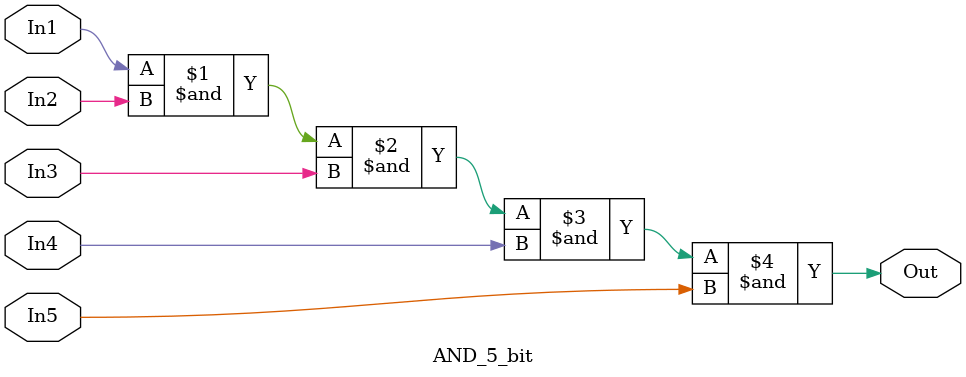
<source format=v>
module AND_5_bit(In1, In2, In3, In4, In5, Out);
	input In1, In2, In3, In4, In5;
	output Out;
	
	and(Out, In1, In2, In3, In4, In5);
	
endmodule
</source>
